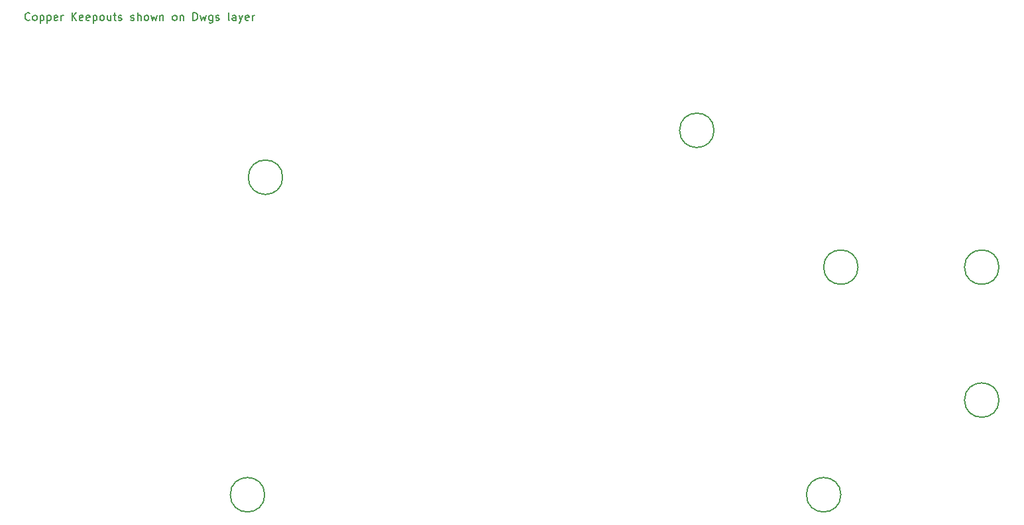
<source format=gbr>
%TF.GenerationSoftware,KiCad,Pcbnew,7.0.5*%
%TF.CreationDate,2023-07-11T21:22:30+02:00*%
%TF.ProjectId,keyboard_pcb,6b657962-6f61-4726-945f-7063622e6b69,rev1.0*%
%TF.SameCoordinates,Original*%
%TF.FileFunction,Other,Comment*%
%FSLAX46Y46*%
G04 Gerber Fmt 4.6, Leading zero omitted, Abs format (unit mm)*
G04 Created by KiCad (PCBNEW 7.0.5) date 2023-07-11 21:22:30*
%MOMM*%
%LPD*%
G01*
G04 APERTURE LIST*
%ADD10C,0.150000*%
G04 APERTURE END LIST*
D10*
%TO.C,U2*%
X64636797Y-46867580D02*
X64589178Y-46915200D01*
X64589178Y-46915200D02*
X64446321Y-46962819D01*
X64446321Y-46962819D02*
X64351083Y-46962819D01*
X64351083Y-46962819D02*
X64208226Y-46915200D01*
X64208226Y-46915200D02*
X64112988Y-46819961D01*
X64112988Y-46819961D02*
X64065369Y-46724723D01*
X64065369Y-46724723D02*
X64017750Y-46534247D01*
X64017750Y-46534247D02*
X64017750Y-46391390D01*
X64017750Y-46391390D02*
X64065369Y-46200914D01*
X64065369Y-46200914D02*
X64112988Y-46105676D01*
X64112988Y-46105676D02*
X64208226Y-46010438D01*
X64208226Y-46010438D02*
X64351083Y-45962819D01*
X64351083Y-45962819D02*
X64446321Y-45962819D01*
X64446321Y-45962819D02*
X64589178Y-46010438D01*
X64589178Y-46010438D02*
X64636797Y-46058057D01*
X65208226Y-46962819D02*
X65112988Y-46915200D01*
X65112988Y-46915200D02*
X65065369Y-46867580D01*
X65065369Y-46867580D02*
X65017750Y-46772342D01*
X65017750Y-46772342D02*
X65017750Y-46486628D01*
X65017750Y-46486628D02*
X65065369Y-46391390D01*
X65065369Y-46391390D02*
X65112988Y-46343771D01*
X65112988Y-46343771D02*
X65208226Y-46296152D01*
X65208226Y-46296152D02*
X65351083Y-46296152D01*
X65351083Y-46296152D02*
X65446321Y-46343771D01*
X65446321Y-46343771D02*
X65493940Y-46391390D01*
X65493940Y-46391390D02*
X65541559Y-46486628D01*
X65541559Y-46486628D02*
X65541559Y-46772342D01*
X65541559Y-46772342D02*
X65493940Y-46867580D01*
X65493940Y-46867580D02*
X65446321Y-46915200D01*
X65446321Y-46915200D02*
X65351083Y-46962819D01*
X65351083Y-46962819D02*
X65208226Y-46962819D01*
X65970131Y-46296152D02*
X65970131Y-47296152D01*
X65970131Y-46343771D02*
X66065369Y-46296152D01*
X66065369Y-46296152D02*
X66255845Y-46296152D01*
X66255845Y-46296152D02*
X66351083Y-46343771D01*
X66351083Y-46343771D02*
X66398702Y-46391390D01*
X66398702Y-46391390D02*
X66446321Y-46486628D01*
X66446321Y-46486628D02*
X66446321Y-46772342D01*
X66446321Y-46772342D02*
X66398702Y-46867580D01*
X66398702Y-46867580D02*
X66351083Y-46915200D01*
X66351083Y-46915200D02*
X66255845Y-46962819D01*
X66255845Y-46962819D02*
X66065369Y-46962819D01*
X66065369Y-46962819D02*
X65970131Y-46915200D01*
X66874893Y-46296152D02*
X66874893Y-47296152D01*
X66874893Y-46343771D02*
X66970131Y-46296152D01*
X66970131Y-46296152D02*
X67160607Y-46296152D01*
X67160607Y-46296152D02*
X67255845Y-46343771D01*
X67255845Y-46343771D02*
X67303464Y-46391390D01*
X67303464Y-46391390D02*
X67351083Y-46486628D01*
X67351083Y-46486628D02*
X67351083Y-46772342D01*
X67351083Y-46772342D02*
X67303464Y-46867580D01*
X67303464Y-46867580D02*
X67255845Y-46915200D01*
X67255845Y-46915200D02*
X67160607Y-46962819D01*
X67160607Y-46962819D02*
X66970131Y-46962819D01*
X66970131Y-46962819D02*
X66874893Y-46915200D01*
X68160607Y-46915200D02*
X68065369Y-46962819D01*
X68065369Y-46962819D02*
X67874893Y-46962819D01*
X67874893Y-46962819D02*
X67779655Y-46915200D01*
X67779655Y-46915200D02*
X67732036Y-46819961D01*
X67732036Y-46819961D02*
X67732036Y-46439009D01*
X67732036Y-46439009D02*
X67779655Y-46343771D01*
X67779655Y-46343771D02*
X67874893Y-46296152D01*
X67874893Y-46296152D02*
X68065369Y-46296152D01*
X68065369Y-46296152D02*
X68160607Y-46343771D01*
X68160607Y-46343771D02*
X68208226Y-46439009D01*
X68208226Y-46439009D02*
X68208226Y-46534247D01*
X68208226Y-46534247D02*
X67732036Y-46629485D01*
X68636798Y-46962819D02*
X68636798Y-46296152D01*
X68636798Y-46486628D02*
X68684417Y-46391390D01*
X68684417Y-46391390D02*
X68732036Y-46343771D01*
X68732036Y-46343771D02*
X68827274Y-46296152D01*
X68827274Y-46296152D02*
X68922512Y-46296152D01*
X70017751Y-46962819D02*
X70017751Y-45962819D01*
X70589179Y-46962819D02*
X70160608Y-46391390D01*
X70589179Y-45962819D02*
X70017751Y-46534247D01*
X71398703Y-46915200D02*
X71303465Y-46962819D01*
X71303465Y-46962819D02*
X71112989Y-46962819D01*
X71112989Y-46962819D02*
X71017751Y-46915200D01*
X71017751Y-46915200D02*
X70970132Y-46819961D01*
X70970132Y-46819961D02*
X70970132Y-46439009D01*
X70970132Y-46439009D02*
X71017751Y-46343771D01*
X71017751Y-46343771D02*
X71112989Y-46296152D01*
X71112989Y-46296152D02*
X71303465Y-46296152D01*
X71303465Y-46296152D02*
X71398703Y-46343771D01*
X71398703Y-46343771D02*
X71446322Y-46439009D01*
X71446322Y-46439009D02*
X71446322Y-46534247D01*
X71446322Y-46534247D02*
X70970132Y-46629485D01*
X72255846Y-46915200D02*
X72160608Y-46962819D01*
X72160608Y-46962819D02*
X71970132Y-46962819D01*
X71970132Y-46962819D02*
X71874894Y-46915200D01*
X71874894Y-46915200D02*
X71827275Y-46819961D01*
X71827275Y-46819961D02*
X71827275Y-46439009D01*
X71827275Y-46439009D02*
X71874894Y-46343771D01*
X71874894Y-46343771D02*
X71970132Y-46296152D01*
X71970132Y-46296152D02*
X72160608Y-46296152D01*
X72160608Y-46296152D02*
X72255846Y-46343771D01*
X72255846Y-46343771D02*
X72303465Y-46439009D01*
X72303465Y-46439009D02*
X72303465Y-46534247D01*
X72303465Y-46534247D02*
X71827275Y-46629485D01*
X72732037Y-46296152D02*
X72732037Y-47296152D01*
X72732037Y-46343771D02*
X72827275Y-46296152D01*
X72827275Y-46296152D02*
X73017751Y-46296152D01*
X73017751Y-46296152D02*
X73112989Y-46343771D01*
X73112989Y-46343771D02*
X73160608Y-46391390D01*
X73160608Y-46391390D02*
X73208227Y-46486628D01*
X73208227Y-46486628D02*
X73208227Y-46772342D01*
X73208227Y-46772342D02*
X73160608Y-46867580D01*
X73160608Y-46867580D02*
X73112989Y-46915200D01*
X73112989Y-46915200D02*
X73017751Y-46962819D01*
X73017751Y-46962819D02*
X72827275Y-46962819D01*
X72827275Y-46962819D02*
X72732037Y-46915200D01*
X73779656Y-46962819D02*
X73684418Y-46915200D01*
X73684418Y-46915200D02*
X73636799Y-46867580D01*
X73636799Y-46867580D02*
X73589180Y-46772342D01*
X73589180Y-46772342D02*
X73589180Y-46486628D01*
X73589180Y-46486628D02*
X73636799Y-46391390D01*
X73636799Y-46391390D02*
X73684418Y-46343771D01*
X73684418Y-46343771D02*
X73779656Y-46296152D01*
X73779656Y-46296152D02*
X73922513Y-46296152D01*
X73922513Y-46296152D02*
X74017751Y-46343771D01*
X74017751Y-46343771D02*
X74065370Y-46391390D01*
X74065370Y-46391390D02*
X74112989Y-46486628D01*
X74112989Y-46486628D02*
X74112989Y-46772342D01*
X74112989Y-46772342D02*
X74065370Y-46867580D01*
X74065370Y-46867580D02*
X74017751Y-46915200D01*
X74017751Y-46915200D02*
X73922513Y-46962819D01*
X73922513Y-46962819D02*
X73779656Y-46962819D01*
X74970132Y-46296152D02*
X74970132Y-46962819D01*
X74541561Y-46296152D02*
X74541561Y-46819961D01*
X74541561Y-46819961D02*
X74589180Y-46915200D01*
X74589180Y-46915200D02*
X74684418Y-46962819D01*
X74684418Y-46962819D02*
X74827275Y-46962819D01*
X74827275Y-46962819D02*
X74922513Y-46915200D01*
X74922513Y-46915200D02*
X74970132Y-46867580D01*
X75303466Y-46296152D02*
X75684418Y-46296152D01*
X75446323Y-45962819D02*
X75446323Y-46819961D01*
X75446323Y-46819961D02*
X75493942Y-46915200D01*
X75493942Y-46915200D02*
X75589180Y-46962819D01*
X75589180Y-46962819D02*
X75684418Y-46962819D01*
X75970133Y-46915200D02*
X76065371Y-46962819D01*
X76065371Y-46962819D02*
X76255847Y-46962819D01*
X76255847Y-46962819D02*
X76351085Y-46915200D01*
X76351085Y-46915200D02*
X76398704Y-46819961D01*
X76398704Y-46819961D02*
X76398704Y-46772342D01*
X76398704Y-46772342D02*
X76351085Y-46677104D01*
X76351085Y-46677104D02*
X76255847Y-46629485D01*
X76255847Y-46629485D02*
X76112990Y-46629485D01*
X76112990Y-46629485D02*
X76017752Y-46581866D01*
X76017752Y-46581866D02*
X75970133Y-46486628D01*
X75970133Y-46486628D02*
X75970133Y-46439009D01*
X75970133Y-46439009D02*
X76017752Y-46343771D01*
X76017752Y-46343771D02*
X76112990Y-46296152D01*
X76112990Y-46296152D02*
X76255847Y-46296152D01*
X76255847Y-46296152D02*
X76351085Y-46343771D01*
X77541562Y-46915200D02*
X77636800Y-46962819D01*
X77636800Y-46962819D02*
X77827276Y-46962819D01*
X77827276Y-46962819D02*
X77922514Y-46915200D01*
X77922514Y-46915200D02*
X77970133Y-46819961D01*
X77970133Y-46819961D02*
X77970133Y-46772342D01*
X77970133Y-46772342D02*
X77922514Y-46677104D01*
X77922514Y-46677104D02*
X77827276Y-46629485D01*
X77827276Y-46629485D02*
X77684419Y-46629485D01*
X77684419Y-46629485D02*
X77589181Y-46581866D01*
X77589181Y-46581866D02*
X77541562Y-46486628D01*
X77541562Y-46486628D02*
X77541562Y-46439009D01*
X77541562Y-46439009D02*
X77589181Y-46343771D01*
X77589181Y-46343771D02*
X77684419Y-46296152D01*
X77684419Y-46296152D02*
X77827276Y-46296152D01*
X77827276Y-46296152D02*
X77922514Y-46343771D01*
X78398705Y-46962819D02*
X78398705Y-45962819D01*
X78827276Y-46962819D02*
X78827276Y-46439009D01*
X78827276Y-46439009D02*
X78779657Y-46343771D01*
X78779657Y-46343771D02*
X78684419Y-46296152D01*
X78684419Y-46296152D02*
X78541562Y-46296152D01*
X78541562Y-46296152D02*
X78446324Y-46343771D01*
X78446324Y-46343771D02*
X78398705Y-46391390D01*
X79446324Y-46962819D02*
X79351086Y-46915200D01*
X79351086Y-46915200D02*
X79303467Y-46867580D01*
X79303467Y-46867580D02*
X79255848Y-46772342D01*
X79255848Y-46772342D02*
X79255848Y-46486628D01*
X79255848Y-46486628D02*
X79303467Y-46391390D01*
X79303467Y-46391390D02*
X79351086Y-46343771D01*
X79351086Y-46343771D02*
X79446324Y-46296152D01*
X79446324Y-46296152D02*
X79589181Y-46296152D01*
X79589181Y-46296152D02*
X79684419Y-46343771D01*
X79684419Y-46343771D02*
X79732038Y-46391390D01*
X79732038Y-46391390D02*
X79779657Y-46486628D01*
X79779657Y-46486628D02*
X79779657Y-46772342D01*
X79779657Y-46772342D02*
X79732038Y-46867580D01*
X79732038Y-46867580D02*
X79684419Y-46915200D01*
X79684419Y-46915200D02*
X79589181Y-46962819D01*
X79589181Y-46962819D02*
X79446324Y-46962819D01*
X80112991Y-46296152D02*
X80303467Y-46962819D01*
X80303467Y-46962819D02*
X80493943Y-46486628D01*
X80493943Y-46486628D02*
X80684419Y-46962819D01*
X80684419Y-46962819D02*
X80874895Y-46296152D01*
X81255848Y-46296152D02*
X81255848Y-46962819D01*
X81255848Y-46391390D02*
X81303467Y-46343771D01*
X81303467Y-46343771D02*
X81398705Y-46296152D01*
X81398705Y-46296152D02*
X81541562Y-46296152D01*
X81541562Y-46296152D02*
X81636800Y-46343771D01*
X81636800Y-46343771D02*
X81684419Y-46439009D01*
X81684419Y-46439009D02*
X81684419Y-46962819D01*
X83065372Y-46962819D02*
X82970134Y-46915200D01*
X82970134Y-46915200D02*
X82922515Y-46867580D01*
X82922515Y-46867580D02*
X82874896Y-46772342D01*
X82874896Y-46772342D02*
X82874896Y-46486628D01*
X82874896Y-46486628D02*
X82922515Y-46391390D01*
X82922515Y-46391390D02*
X82970134Y-46343771D01*
X82970134Y-46343771D02*
X83065372Y-46296152D01*
X83065372Y-46296152D02*
X83208229Y-46296152D01*
X83208229Y-46296152D02*
X83303467Y-46343771D01*
X83303467Y-46343771D02*
X83351086Y-46391390D01*
X83351086Y-46391390D02*
X83398705Y-46486628D01*
X83398705Y-46486628D02*
X83398705Y-46772342D01*
X83398705Y-46772342D02*
X83351086Y-46867580D01*
X83351086Y-46867580D02*
X83303467Y-46915200D01*
X83303467Y-46915200D02*
X83208229Y-46962819D01*
X83208229Y-46962819D02*
X83065372Y-46962819D01*
X83827277Y-46296152D02*
X83827277Y-46962819D01*
X83827277Y-46391390D02*
X83874896Y-46343771D01*
X83874896Y-46343771D02*
X83970134Y-46296152D01*
X83970134Y-46296152D02*
X84112991Y-46296152D01*
X84112991Y-46296152D02*
X84208229Y-46343771D01*
X84208229Y-46343771D02*
X84255848Y-46439009D01*
X84255848Y-46439009D02*
X84255848Y-46962819D01*
X85493944Y-46962819D02*
X85493944Y-45962819D01*
X85493944Y-45962819D02*
X85732039Y-45962819D01*
X85732039Y-45962819D02*
X85874896Y-46010438D01*
X85874896Y-46010438D02*
X85970134Y-46105676D01*
X85970134Y-46105676D02*
X86017753Y-46200914D01*
X86017753Y-46200914D02*
X86065372Y-46391390D01*
X86065372Y-46391390D02*
X86065372Y-46534247D01*
X86065372Y-46534247D02*
X86017753Y-46724723D01*
X86017753Y-46724723D02*
X85970134Y-46819961D01*
X85970134Y-46819961D02*
X85874896Y-46915200D01*
X85874896Y-46915200D02*
X85732039Y-46962819D01*
X85732039Y-46962819D02*
X85493944Y-46962819D01*
X86398706Y-46296152D02*
X86589182Y-46962819D01*
X86589182Y-46962819D02*
X86779658Y-46486628D01*
X86779658Y-46486628D02*
X86970134Y-46962819D01*
X86970134Y-46962819D02*
X87160610Y-46296152D01*
X87970134Y-46296152D02*
X87970134Y-47105676D01*
X87970134Y-47105676D02*
X87922515Y-47200914D01*
X87922515Y-47200914D02*
X87874896Y-47248533D01*
X87874896Y-47248533D02*
X87779658Y-47296152D01*
X87779658Y-47296152D02*
X87636801Y-47296152D01*
X87636801Y-47296152D02*
X87541563Y-47248533D01*
X87970134Y-46915200D02*
X87874896Y-46962819D01*
X87874896Y-46962819D02*
X87684420Y-46962819D01*
X87684420Y-46962819D02*
X87589182Y-46915200D01*
X87589182Y-46915200D02*
X87541563Y-46867580D01*
X87541563Y-46867580D02*
X87493944Y-46772342D01*
X87493944Y-46772342D02*
X87493944Y-46486628D01*
X87493944Y-46486628D02*
X87541563Y-46391390D01*
X87541563Y-46391390D02*
X87589182Y-46343771D01*
X87589182Y-46343771D02*
X87684420Y-46296152D01*
X87684420Y-46296152D02*
X87874896Y-46296152D01*
X87874896Y-46296152D02*
X87970134Y-46343771D01*
X88398706Y-46915200D02*
X88493944Y-46962819D01*
X88493944Y-46962819D02*
X88684420Y-46962819D01*
X88684420Y-46962819D02*
X88779658Y-46915200D01*
X88779658Y-46915200D02*
X88827277Y-46819961D01*
X88827277Y-46819961D02*
X88827277Y-46772342D01*
X88827277Y-46772342D02*
X88779658Y-46677104D01*
X88779658Y-46677104D02*
X88684420Y-46629485D01*
X88684420Y-46629485D02*
X88541563Y-46629485D01*
X88541563Y-46629485D02*
X88446325Y-46581866D01*
X88446325Y-46581866D02*
X88398706Y-46486628D01*
X88398706Y-46486628D02*
X88398706Y-46439009D01*
X88398706Y-46439009D02*
X88446325Y-46343771D01*
X88446325Y-46343771D02*
X88541563Y-46296152D01*
X88541563Y-46296152D02*
X88684420Y-46296152D01*
X88684420Y-46296152D02*
X88779658Y-46343771D01*
X90160611Y-46962819D02*
X90065373Y-46915200D01*
X90065373Y-46915200D02*
X90017754Y-46819961D01*
X90017754Y-46819961D02*
X90017754Y-45962819D01*
X90970135Y-46962819D02*
X90970135Y-46439009D01*
X90970135Y-46439009D02*
X90922516Y-46343771D01*
X90922516Y-46343771D02*
X90827278Y-46296152D01*
X90827278Y-46296152D02*
X90636802Y-46296152D01*
X90636802Y-46296152D02*
X90541564Y-46343771D01*
X90970135Y-46915200D02*
X90874897Y-46962819D01*
X90874897Y-46962819D02*
X90636802Y-46962819D01*
X90636802Y-46962819D02*
X90541564Y-46915200D01*
X90541564Y-46915200D02*
X90493945Y-46819961D01*
X90493945Y-46819961D02*
X90493945Y-46724723D01*
X90493945Y-46724723D02*
X90541564Y-46629485D01*
X90541564Y-46629485D02*
X90636802Y-46581866D01*
X90636802Y-46581866D02*
X90874897Y-46581866D01*
X90874897Y-46581866D02*
X90970135Y-46534247D01*
X91351088Y-46296152D02*
X91589183Y-46962819D01*
X91827278Y-46296152D02*
X91589183Y-46962819D01*
X91589183Y-46962819D02*
X91493945Y-47200914D01*
X91493945Y-47200914D02*
X91446326Y-47248533D01*
X91446326Y-47248533D02*
X91351088Y-47296152D01*
X92589183Y-46915200D02*
X92493945Y-46962819D01*
X92493945Y-46962819D02*
X92303469Y-46962819D01*
X92303469Y-46962819D02*
X92208231Y-46915200D01*
X92208231Y-46915200D02*
X92160612Y-46819961D01*
X92160612Y-46819961D02*
X92160612Y-46439009D01*
X92160612Y-46439009D02*
X92208231Y-46343771D01*
X92208231Y-46343771D02*
X92303469Y-46296152D01*
X92303469Y-46296152D02*
X92493945Y-46296152D01*
X92493945Y-46296152D02*
X92589183Y-46343771D01*
X92589183Y-46343771D02*
X92636802Y-46439009D01*
X92636802Y-46439009D02*
X92636802Y-46534247D01*
X92636802Y-46534247D02*
X92160612Y-46629485D01*
X93065374Y-46962819D02*
X93065374Y-46296152D01*
X93065374Y-46486628D02*
X93112993Y-46391390D01*
X93112993Y-46391390D02*
X93160612Y-46343771D01*
X93160612Y-46343771D02*
X93255850Y-46296152D01*
X93255850Y-46296152D02*
X93351088Y-46296152D01*
%TO.C,H4*%
X168240000Y-107600000D02*
G75*
G03*
X168240000Y-107600000I-2200000J0D01*
G01*
%TO.C,H2*%
X96940000Y-67000000D02*
G75*
G03*
X96940000Y-67000000I-2200000J0D01*
G01*
%TO.C,H4*%
X188440000Y-95500000D02*
G75*
G03*
X188440000Y-95500000I-2200000J0D01*
G01*
X188440000Y-78500000D02*
G75*
G03*
X188440000Y-78500000I-2200000J0D01*
G01*
%TO.C,H1*%
X152040000Y-61000000D02*
G75*
G03*
X152040000Y-61000000I-2200000J0D01*
G01*
%TO.C,H3*%
X94640000Y-107600000D02*
G75*
G03*
X94640000Y-107600000I-2200000J0D01*
G01*
%TO.C,H1*%
X170440000Y-78500000D02*
G75*
G03*
X170440000Y-78500000I-2200000J0D01*
G01*
%TD*%
M02*

</source>
